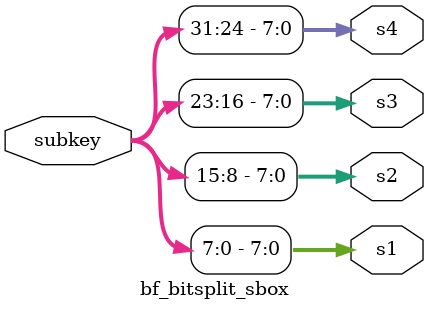
<source format=v>
module bf_bitsplit_sbox(subkey,s1,s2,s3,s4);
  input [31:0]subkey;
  output [7:0]s1,s2,s3,s4;
  begin
    assign s1=subkey[7:0];
    assign s2=subkey[15:8];
    assign s3=subkey[23:16];
    assign s4=subkey[31:24];
  end
endmodule
</source>
